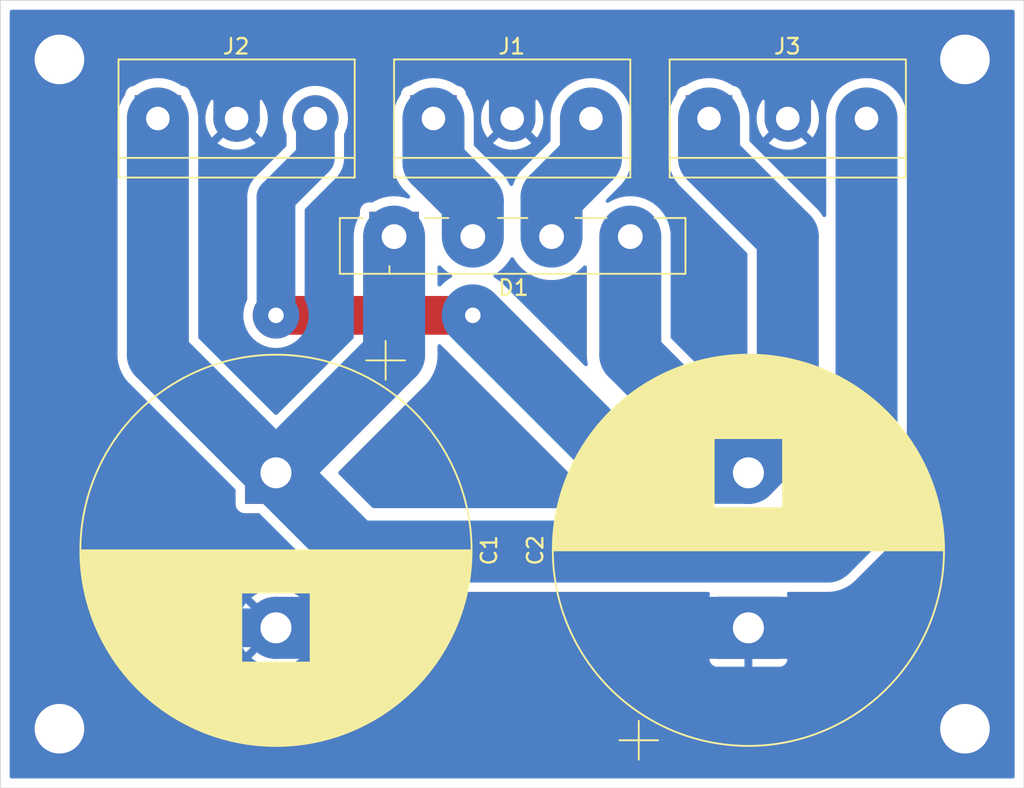
<source format=kicad_pcb>
(kicad_pcb (version 20221018) (generator pcbnew)
  (layers (0 "F.Cu" signal) (31 "B.Cu" signal) (34 "B.Paste" user) (35 "F.Paste" user) (36 "B.SilkS" user "B.Silkscreen") (37 "F.SilkS" user "F.Silkscreen") (38 "B.Mask" user) (39 "F.Mask" user) (44 "Edge.Cuts" user))
  (net 0 "")
  (net 1 "GNDPWR")
  (net 2 "/VCC")
  (net 3 "/VEE")
  (net 4 "/VAR1")
  (net 5 "/VAR2")
  (footprint "Diode_THT:Diode_Bridge_Vishay_GBU" (layer "F.Cu") (at 106.68 88.9)
    (fp_text reference "D1" (at 7.7 3.3 180) (layer "F.SilkS"))
    (fp_text value "GBU606")
    (pad "1" thru_hole rect (at 0 0) (size 3.2 3.2) (drill 1.6) (layers "*.Cu" "*.Mask") (net 2 "/VCC"))
    (pad "2" thru_hole circle (at 5.08 0) (size 3.2 3.2) (drill 1.6) (layers "*.Cu" "*.Mask") (net 5 "/VAR2"))
    (pad "3" thru_hole circle (at 10.16 0) (size 3.2 3.2) (drill 1.6) (layers "*.Cu" "*.Mask") (net 4 "/VAR1"))
    (pad "4" thru_hole circle (at 15.24 0) (size 3.2 3.2) (drill 1.6) (layers "*.Cu" "*.Mask") (net 3 "/VEE"))
  )
  (footprint "Capacitor_THT:CP_Radial_D25.0mm_P10.00mm_SnapIn" (layer "F.Cu") (at 99.06 104.14 -90)
    (fp_text reference "C1" (at 5 -13.75 90) (layer "F.SilkS"))
    (fp_text value "10000.0")
    (pad "1" thru_hole rect (at 0 0 270) (size 4 4) (drill 2) (layers "*.Cu" "*.Mask") (net 2 "/VCC"))
    (pad "2" thru_hole circle (at 10 0 270) (size 4 4) (drill 2) (layers "*.Cu" "*.Mask") (net 1 "GNDPWR"))
  )
  (footprint "Capacitor_THT:CP_Radial_D25.0mm_P10.00mm_SnapIn" (layer "F.Cu") (at 129.54 114.14 90)
    (fp_text reference "C2" (at 5 -13.75 90) (layer "F.SilkS"))
    (fp_text value "10000.0")
    (pad "1" thru_hole rect (at 0 0 90) (size 4 4) (drill 2) (layers "*.Cu" "*.Mask") (net 1 "GNDPWR"))
    (pad "2" thru_hole circle (at 10 0 90) (size 4 4) (drill 2) (layers "*.Cu" "*.Mask") (net 3 "/VEE"))
  )
  (footprint "TerminalBlock:TerminalBlock_bornier-3_P5.08mm" (layer "F.Cu") (at 91.44 81.28)
    (fp_text reference "J2" (at 5.05 -4.65) (layer "F.SilkS"))
    (fp_text value "POW_L")
    (pad "1" thru_hole rect (at 0 0) (size 3 3) (drill 1.52) (layers "*.Cu" "*.Mask") (net 2 "/VCC"))
    (pad "2" thru_hole circle (at 5.08 0) (size 3 3) (drill 1.52) (layers "*.Cu" "*.Mask") (net 1 "GNDPWR"))
    (pad "3" thru_hole circle (at 10.16 0) (size 3 3) (drill 1.52) (layers "*.Cu" "*.Mask") (net 3 "/VEE"))
  )
  (footprint "TerminalBlock:TerminalBlock_bornier-3_P5.08mm" (layer "F.Cu") (at 127 81.28)
    (fp_text reference "J3" (at 5.05 -4.65) (layer "F.SilkS"))
    (fp_text value "POW_R")
    (pad "1" thru_hole rect (at 0 0) (size 3 3) (drill 1.52) (layers "*.Cu" "*.Mask") (net 3 "/VEE"))
    (pad "2" thru_hole circle (at 5.08 0) (size 3 3) (drill 1.52) (layers "*.Cu" "*.Mask") (net 1 "GNDPWR"))
    (pad "3" thru_hole circle (at 10.16 0) (size 3 3) (drill 1.52) (layers "*.Cu" "*.Mask") (net 2 "/VCC"))
  )
  (footprint "TerminalBlock:TerminalBlock_bornier-3_P5.08mm" (layer "F.Cu") (at 109.22 81.28)
    (fp_text reference "J1" (at 5.05 -4.65) (layer "F.SilkS"))
    (fp_text value "POW_IN")
    (pad "1" thru_hole rect (at 0 0) (size 3 3) (drill 1.52) (layers "*.Cu" "*.Mask") (net 5 "/VAR2"))
    (pad "2" thru_hole circle (at 5.08 0) (size 3 3) (drill 1.52) (layers "*.Cu" "*.Mask") (net 1 "GNDPWR"))
    (pad "3" thru_hole circle (at 10.16 0) (size 3 3) (drill 1.52) (layers "*.Cu" "*.Mask") (net 4 "/VAR1"))
  )
  (gr_line (start 81.28 124.46) (end 81.28 73.66) (stroke (width 0.05)) (layer "Edge.Cuts"))
  (gr_line (start 147.32 73.66) (end 147.32 124.46) (stroke (width 0.05)) (layer "Edge.Cuts"))
  (gr_line (start 147.32 124.46) (end 81.28 124.46) (stroke (width 0.05)) (layer "Edge.Cuts"))
  (gr_line (start 81.28 73.66) (end 147.32 73.66) (stroke (width 0.05)) (layer "Edge.Cuts"))
  (gr_text "-" (at 127 76.2) (layer "F.Cu") (effects (font (size 1.5 1.5) (thickness 0.3))))
  (gr_text "-" (at 101.6 76.2) (layer "F.Cu") (effects (font (size 1.5 1.5) (thickness 0.3))))
  (gr_text "+" (at 137.16 76.2) (layer "F.Cu") (effects (font (size 1.5 1.5) (thickness 0.3))))
  (gr_text "+" (at 91.44 76.2) (layer "F.Cu") (effects (font (size 1.5 1.5) (thickness 0.3))))
  (via (at 85.09 120.65) (size 4.8) (drill 3.2) (layers "F.Cu" "B.Cu") (net 1))
  (via (at 85.09 77.47) (size 4.8) (drill 3.2) (layers "F.Cu" "B.Cu") (net 1))
  (via (at 143.51 77.47) (size 4.8) (drill 3.2) (layers "F.Cu" "B.Cu") (net 1))
  (via (at 143.51 120.65) (size 4.8) (drill 3.2) (layers "F.Cu" "B.Cu") (net 1))
  (segment (start 142.24 109.22) (end 142.24 79.358002) (width 2.5) (layer "B.Cu") (net 1))
  (segment (start 114.3 81.28) (end 114.3 76.2) (width 3) (layer "B.Cu") (net 1))
  (segment (start 137.32 114.14) (end 142.24 109.22) (width 4) (layer "B.Cu") (net 1))
  (segment (start 129.54 114.14) (end 137.32 114.14) (width 4) (layer "B.Cu") (net 1))
  (segment (start 86.669001 79.049001) (end 89.518002 76.2) (width 2.5) (layer "B.Cu") (net 1))
  (segment (start 139.081998 76.2) (end 132.08 76.2) (width 3) (layer "B.Cu") (net 1))
  (segment (start 86.669001 109.529001) (end 86.669001 79.049001) (width 2.5) (layer "B.Cu") (net 1))
  (segment (start 142.24 79.358002) (end 139.081998 76.2) (width 2.5) (layer "B.Cu") (net 1))
  (segment (start 99.06 114.14) (end 129.54 114.14) (width 4) (layer "B.Cu") (net 1))
  (segment (start 114.3 76.2) (end 132.08 76.2) (width 3) (layer "B.Cu") (net 1))
  (segment (start 99.06 114.14) (end 91.28 114.14) (width 2.5) (layer "B.Cu") (net 1))
  (segment (start 109.372604 76.2) (end 114.3 76.2) (width 3) (layer "B.Cu") (net 1))
  (segment (start 96.52 81.28) (end 96.52 76.2) (width 3) (layer "B.Cu") (net 1))
  (segment (start 96.52 76.2) (end 109.372604 76.2) (width 3) (layer "B.Cu") (net 1))
  (segment (start 132.08 81.28) (end 132.08 76.2) (width 3) (layer "B.Cu") (net 1))
  (segment (start 91.28 114.14) (end 86.669001 109.529001) (width 2.5) (layer "B.Cu") (net 1))
  (segment (start 89.518002 76.2) (end 96.52 76.2) (width 3) (layer "B.Cu") (net 1))
  (segment (start 91.44 96.52) (end 99.06 104.14) (width 4) (layer "B.Cu") (net 2))
  (segment (start 106.68 96.52) (end 99.06 104.14) (width 4) (layer "B.Cu") (net 2))
  (segment (start 99.06 104.14) (end 104.14 109.22) (width 4) (layer "B.Cu") (net 2))
  (segment (start 106.68 88.9) (end 106.68 96.52) (width 4) (layer "B.Cu") (net 2))
  (segment (start 134.62 109.22) (end 137.16 106.68) (width 4) (layer "B.Cu") (net 2))
  (segment (start 137.16 106.68) (end 137.16 81.28) (width 4) (layer "B.Cu") (net 2))
  (segment (start 104.14 109.22) (end 134.62 109.22) (width 4) (layer "B.Cu") (net 2))
  (segment (start 91.44 81.28) (end 91.44 96.52) (width 4) (layer "B.Cu") (net 2))
  (segment (start 99.06 93.98) (end 111.76 93.98) (width 2.5) (layer "F.Cu") (net 3))
  (via (at 111.76 93.98) (size 3) (drill 1) (layers "F.Cu" "B.Cu") (net 3))
  (via (at 99.06 93.98) (size 3) (drill 1) (layers "F.Cu" "B.Cu") (net 3))
  (segment (start 99.06 93.98) (end 99.06 93.98) (width 2.5) (layer "B.Cu") (net 3))
  (segment (start 111.76 93.98) (end 121.92 104.14) (width 4) (layer "B.Cu") (net 3))
  (segment (start 101.6 81.28) (end 101.6 83.82) (width 2.5) (layer "B.Cu") (net 3))
  (segment (start 129.54 104.14) (end 121.92 96.52) (width 4) (layer "B.Cu") (net 3))
  (segment (start 121.92 96.52) (end 121.92 88.9) (width 4) (layer "B.Cu") (net 3))
  (segment (start 132.08 101.6) (end 129.54 104.14) (width 4) (layer "B.Cu") (net 3))
  (segment (start 132.08 88.9) (end 132.08 101.6) (width 4) (layer "B.Cu") (net 3))
  (segment (start 99.06 86.36) (end 99.06 93.98) (width 2.5) (layer "B.Cu") (net 3))
  (segment (start 121.92 104.14) (end 129.54 104.14) (width 4) (layer "B.Cu") (net 3))
  (segment (start 127 81.28) (end 127 83.82) (width 4) (layer "B.Cu") (net 3))
  (segment (start 101.6 83.82) (end 99.06 86.36) (width 2.5) (layer "B.Cu") (net 3))
  (segment (start 127 83.82) (end 132.08 88.9) (width 4) (layer "B.Cu") (net 3))
  (segment (start 119.38 81.28) (end 119.38 83.82) (width 4) (layer "B.Cu") (net 4))
  (segment (start 119.38 83.82) (end 116.84 86.36) (width 4) (layer "B.Cu") (net 4))
  (segment (start 116.84 86.36) (end 116.84 88.9) (width 4) (layer "B.Cu") (net 4))
  (segment (start 111.76 86.637259) (end 111.76 88.9) (width 4) (layer "B.Cu") (net 5))
  (segment (start 109.22 81.28) (end 109.22 84.097259) (width 4) (layer "B.Cu") (net 5))
  (segment (start 109.22 84.097259) (end 111.76 86.637259) (width 4) (layer "B.Cu") (net 5))
  (zone (net 0) (net_name "") (layer "B.Cu") (connect_pads (clearance 0.8)) (min_thickness 0.254) (fill yes (thermal_gap 0.508) (thermal_bridge_width 0.508))
    (polygon (pts (xy 101.6 81.28) (xy 101.6 114.3) (xy 127 114.3) (xy 127 81.28)))
  )
  (zone (net 1) (net_name "GNDPWR") (layer "B.Cu") (connect_pads (clearance 0.6)) (min_thickness 0.254) (fill yes (thermal_gap 0.508) (thermal_bridge_width 0.508))
    (polygon (pts (xy 81.28 73.66) (xy 81.28 124.46) (xy 147.32 124.46) (xy 147.32 73.66)))
  )
)
</source>
